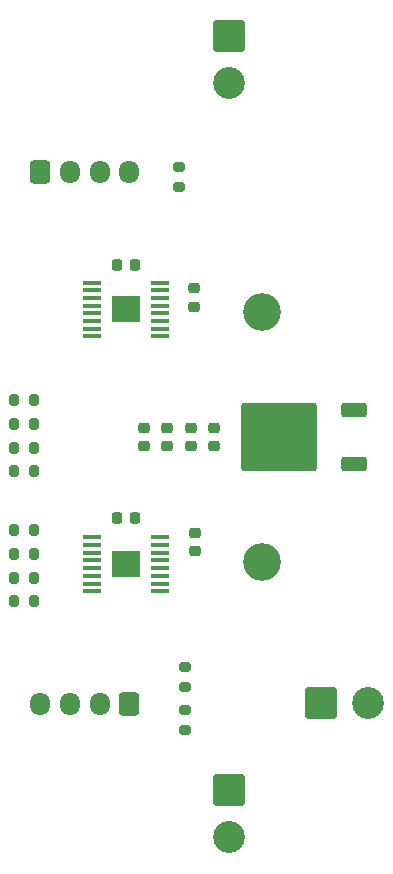
<source format=gbr>
%TF.GenerationSoftware,KiCad,Pcbnew,7.0.6*%
%TF.CreationDate,2024-02-11T22:16:59+09:00*%
%TF.ProjectId,MotorDriver_Right_DRV8874_20240206,4d6f746f-7244-4726-9976-65725f526967,rev?*%
%TF.SameCoordinates,Original*%
%TF.FileFunction,Soldermask,Top*%
%TF.FilePolarity,Negative*%
%FSLAX46Y46*%
G04 Gerber Fmt 4.6, Leading zero omitted, Abs format (unit mm)*
G04 Created by KiCad (PCBNEW 7.0.6) date 2024-02-11 22:16:59*
%MOMM*%
%LPD*%
G01*
G04 APERTURE LIST*
G04 Aperture macros list*
%AMRoundRect*
0 Rectangle with rounded corners*
0 $1 Rounding radius*
0 $2 $3 $4 $5 $6 $7 $8 $9 X,Y pos of 4 corners*
0 Add a 4 corners polygon primitive as box body*
4,1,4,$2,$3,$4,$5,$6,$7,$8,$9,$2,$3,0*
0 Add four circle primitives for the rounded corners*
1,1,$1+$1,$2,$3*
1,1,$1+$1,$4,$5*
1,1,$1+$1,$6,$7*
1,1,$1+$1,$8,$9*
0 Add four rect primitives between the rounded corners*
20,1,$1+$1,$2,$3,$4,$5,0*
20,1,$1+$1,$4,$5,$6,$7,0*
20,1,$1+$1,$6,$7,$8,$9,0*
20,1,$1+$1,$8,$9,$2,$3,0*%
G04 Aperture macros list end*
%ADD10O,1.700000X1.950000*%
%ADD11RoundRect,0.250000X0.600000X0.725000X-0.600000X0.725000X-0.600000X-0.725000X0.600000X-0.725000X0*%
%ADD12RoundRect,0.225000X0.250000X-0.225000X0.250000X0.225000X-0.250000X0.225000X-0.250000X-0.225000X0*%
%ADD13RoundRect,0.200000X0.275000X-0.200000X0.275000X0.200000X-0.275000X0.200000X-0.275000X-0.200000X0*%
%ADD14C,2.700000*%
%ADD15RoundRect,0.250001X-1.099999X1.099999X-1.099999X-1.099999X1.099999X-1.099999X1.099999X1.099999X0*%
%ADD16RoundRect,0.200000X0.200000X0.275000X-0.200000X0.275000X-0.200000X-0.275000X0.200000X-0.275000X0*%
%ADD17RoundRect,0.250000X-0.600000X-0.725000X0.600000X-0.725000X0.600000X0.725000X-0.600000X0.725000X0*%
%ADD18RoundRect,0.200000X-0.200000X-0.275000X0.200000X-0.275000X0.200000X0.275000X-0.200000X0.275000X0*%
%ADD19RoundRect,0.225000X0.225000X0.250000X-0.225000X0.250000X-0.225000X-0.250000X0.225000X-0.250000X0*%
%ADD20C,3.200000*%
%ADD21R,2.460000X2.310000*%
%ADD22RoundRect,0.100000X-0.687500X-0.100000X0.687500X-0.100000X0.687500X0.100000X-0.687500X0.100000X0*%
%ADD23RoundRect,0.250001X-1.099999X-1.099999X1.099999X-1.099999X1.099999X1.099999X-1.099999X1.099999X0*%
%ADD24RoundRect,0.250000X0.850000X0.350000X-0.850000X0.350000X-0.850000X-0.350000X0.850000X-0.350000X0*%
%ADD25RoundRect,0.249997X2.950003X2.650003X-2.950003X2.650003X-2.950003X-2.650003X2.950003X-2.650003X0*%
G04 APERTURE END LIST*
D10*
%TO.C,J4*%
X95734915Y-97162133D03*
X98234915Y-97162133D03*
X100734915Y-97162133D03*
D11*
X103234915Y-97162133D03*
%TD*%
D12*
%TO.C,C8*%
X108712500Y-62007500D03*
X108712500Y-63557500D03*
%TD*%
D13*
%TO.C,R7*%
X108000000Y-94062500D03*
X108000000Y-95712500D03*
%TD*%
D12*
%TO.C,C1*%
X104462500Y-73787500D03*
X104462500Y-75337500D03*
%TD*%
%TO.C,C3*%
X108442500Y-73787500D03*
X108442500Y-75337500D03*
%TD*%
D14*
%TO.C,M4*%
X111684915Y-44617133D03*
D15*
X111684915Y-40657133D03*
%TD*%
D16*
%TO.C,R9*%
X93500000Y-71487500D03*
X95150000Y-71487500D03*
%TD*%
%TO.C,R2*%
X93500000Y-82487500D03*
X95150000Y-82487500D03*
%TD*%
D10*
%TO.C,J5*%
X103234915Y-52112133D03*
X100734915Y-52112133D03*
X98234915Y-52112133D03*
D17*
X95734915Y-52112133D03*
%TD*%
D18*
%TO.C,R5*%
X95150000Y-75487500D03*
X93500000Y-75487500D03*
%TD*%
D12*
%TO.C,C5*%
X110462500Y-73787500D03*
X110462500Y-75337500D03*
%TD*%
D18*
%TO.C,R1*%
X95150000Y-86487500D03*
X93500000Y-86487500D03*
%TD*%
D19*
%TO.C,C4*%
X102187500Y-81437867D03*
X103737500Y-81437867D03*
%TD*%
D16*
%TO.C,R4*%
X93500000Y-88487500D03*
X95150000Y-88487500D03*
%TD*%
D13*
%TO.C,R8*%
X108000000Y-97737500D03*
X108000000Y-99387500D03*
%TD*%
D16*
%TO.C,R10*%
X93500000Y-73487500D03*
X95150000Y-73487500D03*
%TD*%
%TO.C,R11*%
X93500000Y-77487500D03*
X95150000Y-77487500D03*
%TD*%
D12*
%TO.C,C6*%
X108825000Y-82712500D03*
X108825000Y-84262500D03*
%TD*%
D20*
%TO.C,REF\u002A\u002A*%
X114466810Y-63962500D03*
%TD*%
D21*
%TO.C,U1*%
X102962500Y-85362500D03*
D22*
X100100000Y-83087500D03*
X100100000Y-83737500D03*
X100100000Y-84387500D03*
X100100000Y-85037500D03*
X100100000Y-85687500D03*
X100100000Y-86337500D03*
X100100000Y-86987500D03*
X100100000Y-87637500D03*
X105825000Y-87637500D03*
X105825000Y-86987500D03*
X105825000Y-86337500D03*
X105825000Y-85687500D03*
X105825000Y-85037500D03*
X105825000Y-84387500D03*
X105825000Y-83737500D03*
X105825000Y-83087500D03*
%TD*%
D14*
%TO.C,M3*%
X111684915Y-108467867D03*
D15*
X111684915Y-104507867D03*
%TD*%
D19*
%TO.C,C7*%
X102187500Y-59987500D03*
X103737500Y-59987500D03*
%TD*%
D22*
%TO.C,U2*%
X105825000Y-61507500D03*
X105825000Y-62157500D03*
X105825000Y-62807500D03*
X105825000Y-63457500D03*
X105825000Y-64107500D03*
X105825000Y-64757500D03*
X105825000Y-65407500D03*
X105825000Y-66057500D03*
X100100000Y-66057500D03*
X100100000Y-65407500D03*
X100100000Y-64757500D03*
X100100000Y-64107500D03*
X100100000Y-63457500D03*
X100100000Y-62807500D03*
X100100000Y-62157500D03*
X100100000Y-61507500D03*
D21*
X102962500Y-63782500D03*
%TD*%
D13*
%TO.C,R6*%
X107500000Y-53387500D03*
X107500000Y-51737500D03*
%TD*%
D16*
%TO.C,R3*%
X93500000Y-84487500D03*
X95150000Y-84487500D03*
%TD*%
D20*
%TO.C,REF\u002A\u002A*%
X114466810Y-85162500D03*
%TD*%
D14*
%TO.C,VIN*%
X123464915Y-97137133D03*
D23*
X119504915Y-97137133D03*
%TD*%
D24*
%TO.C,D1*%
X122262500Y-72282500D03*
D25*
X115962500Y-74562500D03*
D24*
X122262500Y-76842500D03*
%TD*%
D12*
%TO.C,C2*%
X106462500Y-73787500D03*
X106462500Y-75337500D03*
%TD*%
M02*

</source>
